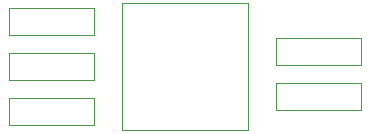
<source format=gbr>
G04 #@! TF.FileFunction,Other,User*
%FSLAX46Y46*%
G04 Gerber Fmt 4.6, Leading zero omitted, Abs format (unit mm)*
G04 Created by KiCad (PCBNEW 4.0.7) date 01/25/19 00:02:05*
%MOMM*%
%LPD*%
G01*
G04 APERTURE LIST*
%ADD10C,0.100000*%
%ADD11C,0.050000*%
G04 APERTURE END LIST*
D10*
D11*
X157600000Y-92830000D02*
X157600000Y-95130000D01*
X157600000Y-95130000D02*
X164750000Y-95130000D01*
X164750000Y-95130000D02*
X164750000Y-92830000D01*
X164750000Y-92830000D02*
X157600000Y-92830000D01*
X142120000Y-100210000D02*
X142120000Y-97910000D01*
X142120000Y-97910000D02*
X134970000Y-97910000D01*
X134970000Y-97910000D02*
X134970000Y-100210000D01*
X134970000Y-100210000D02*
X142120000Y-100210000D01*
X142120000Y-96400000D02*
X142120000Y-94100000D01*
X142120000Y-94100000D02*
X134970000Y-94100000D01*
X134970000Y-94100000D02*
X134970000Y-96400000D01*
X134970000Y-96400000D02*
X142120000Y-96400000D01*
X142120000Y-92590000D02*
X142120000Y-90290000D01*
X142120000Y-90290000D02*
X134970000Y-90290000D01*
X134970000Y-90290000D02*
X134970000Y-92590000D01*
X134970000Y-92590000D02*
X142120000Y-92590000D01*
X157600000Y-96640000D02*
X157600000Y-98940000D01*
X157600000Y-98940000D02*
X164750000Y-98940000D01*
X164750000Y-98940000D02*
X164750000Y-96640000D01*
X164750000Y-96640000D02*
X157600000Y-96640000D01*
X144500000Y-89840000D02*
X144500000Y-100640000D01*
X144500000Y-100640000D02*
X155200000Y-100640000D01*
X155200000Y-100640000D02*
X155200000Y-89840000D01*
X155200000Y-89840000D02*
X144500000Y-89840000D01*
M02*

</source>
